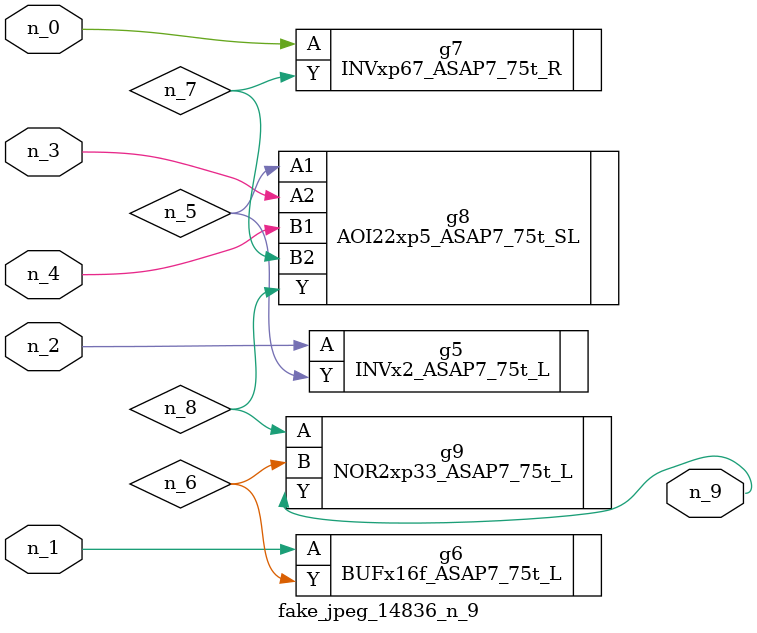
<source format=v>
module fake_jpeg_14836_n_9 (n_3, n_2, n_1, n_0, n_4, n_9);

input n_3;
input n_2;
input n_1;
input n_0;
input n_4;

output n_9;

wire n_8;
wire n_6;
wire n_5;
wire n_7;

INVx2_ASAP7_75t_L g5 ( 
.A(n_2),
.Y(n_5)
);

BUFx16f_ASAP7_75t_L g6 ( 
.A(n_1),
.Y(n_6)
);

INVxp67_ASAP7_75t_R g7 ( 
.A(n_0),
.Y(n_7)
);

AOI22xp5_ASAP7_75t_SL g8 ( 
.A1(n_5),
.A2(n_3),
.B1(n_4),
.B2(n_7),
.Y(n_8)
);

NOR2xp33_ASAP7_75t_L g9 ( 
.A(n_8),
.B(n_6),
.Y(n_9)
);


endmodule
</source>
